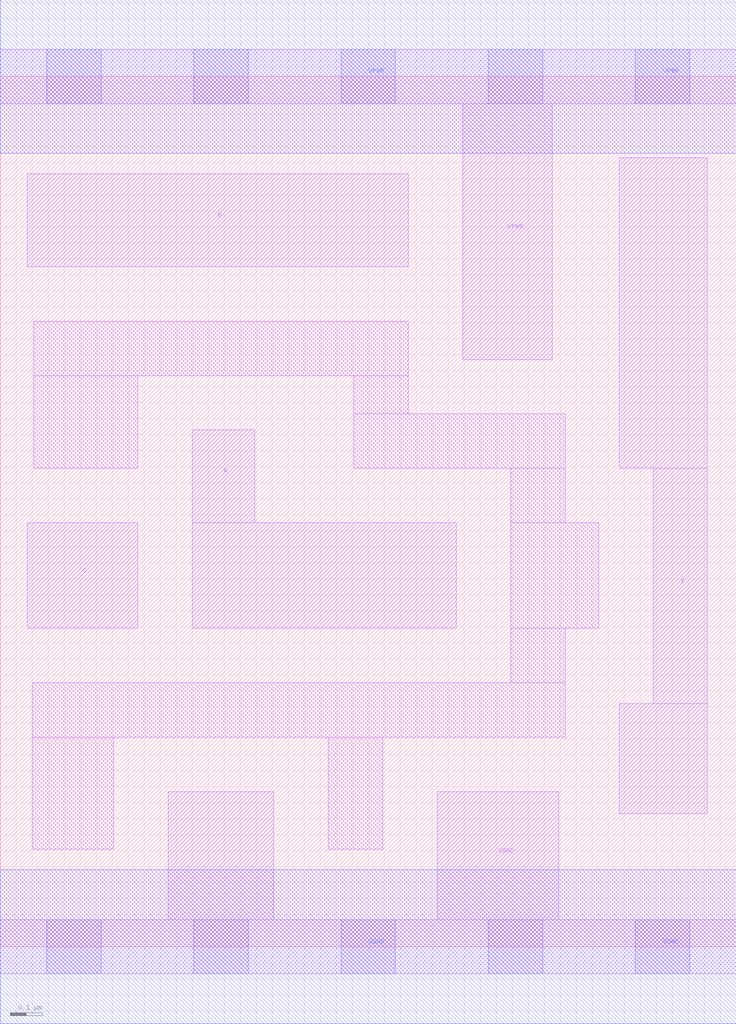
<source format=lef>
# Copyright 2020 The SkyWater PDK Authors
#
# Licensed under the Apache License, Version 2.0 (the "License");
# you may not use this file except in compliance with the License.
# You may obtain a copy of the License at
#
#     https://www.apache.org/licenses/LICENSE-2.0
#
# Unless required by applicable law or agreed to in writing, software
# distributed under the License is distributed on an "AS IS" BASIS,
# WITHOUT WARRANTIES OR CONDITIONS OF ANY KIND, either express or implied.
# See the License for the specific language governing permissions and
# limitations under the License.
#
# SPDX-License-Identifier: Apache-2.0

VERSION 5.7 ;
  NAMESCASESENSITIVE ON ;
  NOWIREEXTENSIONATPIN ON ;
  DIVIDERCHAR "/" ;
  BUSBITCHARS "[]" ;
UNITS
  DATABASE MICRONS 200 ;
END UNITS
MACRO sky130_fd_sc_hd__or3_1
  CLASS CORE ;
  SOURCE USER ;
  FOREIGN sky130_fd_sc_hd__or3_1 ;
  ORIGIN  0.000000  0.000000 ;
  SIZE  2.300000 BY  2.720000 ;
  SYMMETRY X Y R90 ;
  SITE unithd ;
  PIN A
    ANTENNAGATEAREA  0.126000 ;
    DIRECTION INPUT ;
    USE SIGNAL ;
    PORT
      LAYER li1 ;
        RECT 0.600000 0.995000 1.425000 1.325000 ;
        RECT 0.600000 1.325000 0.795000 1.615000 ;
    END
  END A
  PIN B
    ANTENNAGATEAREA  0.126000 ;
    DIRECTION INPUT ;
    USE SIGNAL ;
    PORT
      LAYER li1 ;
        RECT 0.085000 2.125000 1.275000 2.415000 ;
    END
  END B
  PIN C
    ANTENNAGATEAREA  0.126000 ;
    DIRECTION INPUT ;
    USE SIGNAL ;
    PORT
      LAYER li1 ;
        RECT 0.085000 0.995000 0.430000 1.325000 ;
    END
  END C
  PIN X
    ANTENNADIFFAREA  0.462000 ;
    DIRECTION OUTPUT ;
    USE SIGNAL ;
    PORT
      LAYER li1 ;
        RECT 1.935000 0.415000 2.210000 0.760000 ;
        RECT 1.935000 1.495000 2.210000 2.465000 ;
        RECT 2.040000 0.760000 2.210000 1.495000 ;
    END
  END X
  PIN VGND
    DIRECTION INOUT ;
    SHAPE ABUTMENT ;
    USE GROUND ;
    PORT
      LAYER li1 ;
        RECT 0.000000 -0.085000 2.300000 0.085000 ;
        RECT 0.525000  0.085000 0.855000 0.485000 ;
        RECT 1.365000  0.085000 1.745000 0.485000 ;
      LAYER mcon ;
        RECT 0.145000 -0.085000 0.315000 0.085000 ;
        RECT 0.605000 -0.085000 0.775000 0.085000 ;
        RECT 1.065000 -0.085000 1.235000 0.085000 ;
        RECT 1.525000 -0.085000 1.695000 0.085000 ;
        RECT 1.985000 -0.085000 2.155000 0.085000 ;
      LAYER met1 ;
        RECT 0.000000 -0.240000 2.300000 0.240000 ;
    END
  END VGND
  PIN VPWR
    DIRECTION INOUT ;
    SHAPE ABUTMENT ;
    USE POWER ;
    PORT
      LAYER li1 ;
        RECT 0.000000 2.635000 2.300000 2.805000 ;
        RECT 1.445000 1.835000 1.725000 2.635000 ;
      LAYER mcon ;
        RECT 0.145000 2.635000 0.315000 2.805000 ;
        RECT 0.605000 2.635000 0.775000 2.805000 ;
        RECT 1.065000 2.635000 1.235000 2.805000 ;
        RECT 1.525000 2.635000 1.695000 2.805000 ;
        RECT 1.985000 2.635000 2.155000 2.805000 ;
      LAYER met1 ;
        RECT 0.000000 2.480000 2.300000 2.960000 ;
    END
  END VPWR
  OBS
    LAYER li1 ;
      RECT 0.100000 0.305000 0.355000 0.655000 ;
      RECT 0.100000 0.655000 1.765000 0.825000 ;
      RECT 0.105000 1.495000 0.430000 1.785000 ;
      RECT 0.105000 1.785000 1.275000 1.955000 ;
      RECT 1.025000 0.305000 1.195000 0.655000 ;
      RECT 1.105000 1.495000 1.765000 1.665000 ;
      RECT 1.105000 1.665000 1.275000 1.785000 ;
      RECT 1.595000 0.825000 1.765000 0.995000 ;
      RECT 1.595000 0.995000 1.870000 1.325000 ;
      RECT 1.595000 1.325000 1.765000 1.495000 ;
  END
END sky130_fd_sc_hd__or3_1
END LIBRARY

</source>
